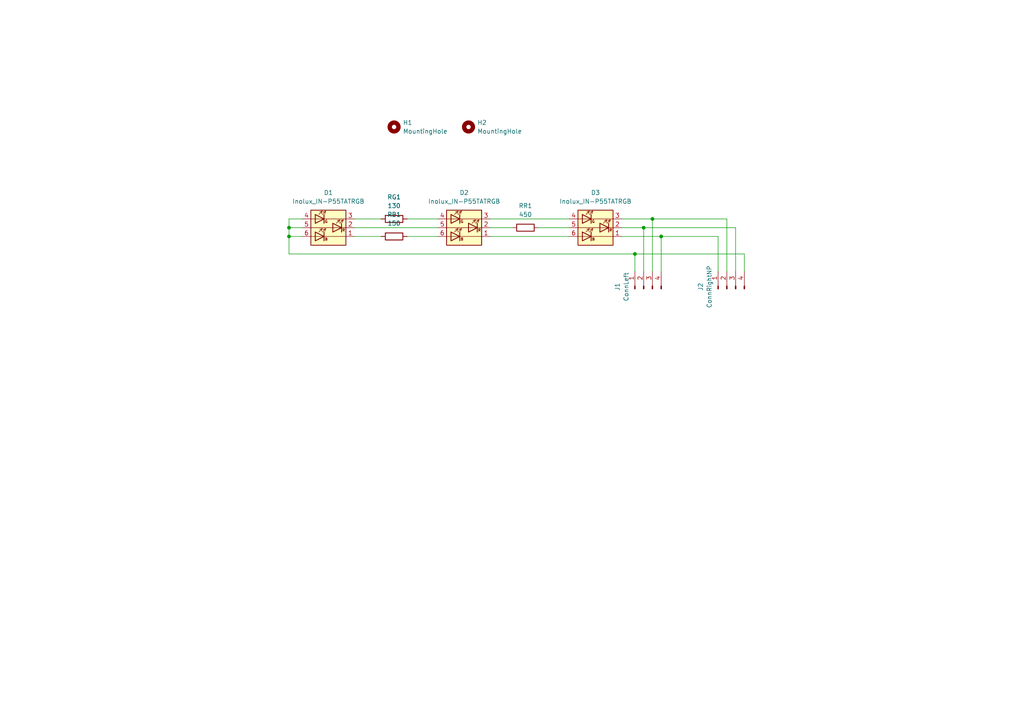
<source format=kicad_sch>
(kicad_sch (version 20231120) (generator "eeschema") (generator_version "8.0")
  (paper "A4")
  (title_block (title "Maimai LED - ILM-R1 compatible") (date "2024-10-05") (rev "1.00"))
  (lib_symbols
    (symbol "Connector:Conn_01x04_Pin" (pin_names (offset 1.016) hide)
      (property "Reference" "J" (at 0 5.08 0))
      (property "Value" "Conn_01x04_Pin" (at 0 -7.62 0))
      (symbol "Conn_01x04_Pin_1_1"
        (polyline (pts (xy 1.27 -5.08) (xy 0.8636 -5.08)) (stroke (width 0.1524)))
        (polyline (pts (xy 1.27 -2.54) (xy 0.8636 -2.54)) (stroke (width 0.1524)))
        (polyline (pts (xy 1.27 0) (xy 0.8636 0)) (stroke (width 0.1524)))
        (polyline (pts (xy 1.27 2.54) (xy 0.8636 2.54)) (stroke (width 0.1524)))
        (rectangle (start 0.8636 -4.953) (end 0 -5.207) (stroke (width 0.1524)) (fill (type outline)))
        (rectangle (start 0.8636 -2.413) (end 0 -2.667) (stroke (width 0.1524)) (fill (type outline)))
        (rectangle (start 0.8636 0.127) (end 0 -0.127) (stroke (width 0.1524)) (fill (type outline)))
        (rectangle (start 0.8636 2.667) (end 0 2.413) (stroke (width 0.1524)) (fill (type outline)))
        (pin passive line (at 5.08 2.54 180) (length 3.81) (name "Pin_1") (number "1"))
        (pin passive line (at 5.08 0 180) (length 3.81) (name "Pin_2") (number "2"))
        (pin passive line (at 5.08 -2.54 180) (length 3.81) (name "Pin_3") (number "3"))
        (pin passive line (at 5.08 -5.08 180) (length 3.81) (name "Pin_4") (number "4"))
      )
    )
    (symbol "Device:R" (pin_numbers hide) (pin_names (offset 0))
      (property "Reference" "R" (at 2.032 0 90))
      (property "Value" "R" (at 0 0 90))
      (symbol "R_0_1"
        (rectangle (start -1.016 -2.54) (end 1.016 2.54) (stroke (width 0.254)))
      )
      (symbol "R_1_1"
        (pin passive line (at 0 3.81 270) (length 1.27) (name "~") (number "1"))
        (pin passive line (at 0 -3.81 90) (length 1.27) (name "~") (number "2"))
      )
    )
    (symbol "LED:Inolux_IN-P55TATRGB" (pin_names hide)
      (property "Reference" "D" (at -5.08 6.35 0))
      (property "Value" "Inolux_IN-P55TATRGB" (at -5.08 -6.35 0))
      (symbol "Inolux_IN-P55TATRGB_0_0"
        (text "B" (at -0.635 -3.3274 0) (effects (font (size 0.762 0.762))))
      )
      (symbol "Inolux_IN-P55TATRGB_0_1"
        (rectangle (start -5.08 5.08) (end 5.08 -5.08) (stroke (width 0.254)) (fill (type background)))
        (polyline (pts (xy -5.08 -2.54) (xy 5.08 -2.54)))
        (polyline (pts (xy -5.08 0) (xy 5.08 0)))
        (polyline (pts (xy -5.08 2.54) (xy 5.08 2.54)))
        (polyline (pts (xy -2.794 -1.27) (xy -1.778 -0.254)))
        (polyline (pts (xy -2.794 3.81) (xy -1.778 4.826)))
        (polyline (pts (xy -1.778 -1.27) (xy -0.762 -0.254)))
        (polyline (pts (xy -1.778 3.81) (xy -0.762 4.826)))
        (polyline (pts (xy -1.27 -1.27) (xy -1.27 -3.81)) (stroke (width 0.254)))
        (polyline (pts (xy -1.27 3.81) (xy -1.27 1.27)) (stroke (width 0.254)))
        (polyline (pts (xy 2.286 1.27) (xy 3.302 2.286)))
        (polyline (pts (xy 3.302 1.27) (xy 4.318 2.286)))
        (polyline (pts (xy 3.81 1.27) (xy 3.81 -1.27)) (stroke (width 0.254)))
        (polyline (pts (xy -2.54 4.572) (xy -1.778 4.826) (xy -2.032 4.064)))
        (polyline (pts (xy -2.032 -1.016) (xy -1.778 -0.254) (xy -2.54 -0.508)))
        (polyline (pts (xy -1.524 -0.508) (xy -0.762 -0.254) (xy -1.016 -1.016)))
        (polyline (pts (xy -1.524 4.572) (xy -0.762 4.826) (xy -1.016 4.064)))
        (polyline (pts (xy 3.048 1.524) (xy 3.302 2.286) (xy 2.54 2.032)))
        (polyline (pts (xy 3.556 2.032) (xy 4.318 2.286) (xy 4.064 1.524)))
        (polyline (pts (xy -3.81 -1.27) (xy -3.81 -3.81) (xy -1.27 -2.54) (xy -3.81 -1.27)) (stroke (width 0.254)))
        (polyline (pts (xy -3.81 3.81) (xy -3.81 1.27) (xy -1.27 2.54) (xy -3.81 3.81)) (stroke (width 0.254)))
        (polyline (pts (xy 1.27 1.27) (xy 1.27 -1.27) (xy 3.81 0) (xy 1.27 1.27)) (stroke (width 0.254)))
      )
      (symbol "Inolux_IN-P55TATRGB_1_0"
        (text "G" (at -0.635 1.8034 0) (effects (font (size 0.762 0.762))))
        (text "R" (at 4.4196 -0.7112 0) (effects (font (size 0.762 0.762))))
      )
      (symbol "Inolux_IN-P55TATRGB_1_1"
        (pin passive line (at 7.62 -2.54 180) (length 2.54) (name "KB") (number "1"))
        (pin passive line (at 7.62 0 180) (length 2.54) (name "KR") (number "2"))
        (pin passive line (at 7.62 2.54 180) (length 2.54) (name "KG") (number "3"))
        (pin passive line (at -7.62 2.54 0) (length 2.54) (name "AG") (number "4"))
        (pin passive line (at -7.62 0 0) (length 2.54) (name "AR") (number "5"))
        (pin passive line (at -7.62 -2.54 0) (length 2.54) (name "AB") (number "6"))
      )
    )
    (symbol "Mechanical:MountingHole" (pin_names (offset 1.016)) (exclude_from_sim yes) (in_bom no)
      (property "Reference" "H" (at 0 5.08 0))
      (property "Value" "MountingHole" (at 0 3.175 0))
      (symbol "MountingHole_0_1"
        (circle (center 0 0) (radius 1.27) (stroke (width 1.27)))
      )
    )
  )
  (junction (at 189.23 63.5))
  (junction (at 191.77 68.58))
  (junction (at 83.82 68.58))
  (junction (at 186.69 66.04))
  (junction (at 83.82 66.04))
  (junction (at 184.15 73.66))
  (wire (pts (xy 215.9 78.74) (xy 215.9 73.66)))
  (wire (pts (xy 156.21 66.04) (xy 165.1 66.04)))
  (wire (pts (xy 180.34 63.5) (xy 189.23 63.5)))
  (wire (pts (xy 83.82 73.66) (xy 184.15 73.66)))
  (wire (pts (xy 180.34 66.04) (xy 186.69 66.04)))
  (wire (pts (xy 184.15 73.66) (xy 215.9 73.66)))
  (wire (pts (xy 191.77 68.58) (xy 208.28 68.58)))
  (wire (pts (xy 102.87 66.04) (xy 127 66.04)))
  (wire (pts (xy 189.23 63.5) (xy 189.23 78.74)))
  (wire (pts (xy 83.82 66.04) (xy 83.82 68.58)))
  (wire (pts (xy 184.15 73.66) (xy 184.15 78.74)))
  (wire (pts (xy 186.69 66.04) (xy 186.69 78.74)))
  (wire (pts (xy 180.34 68.58) (xy 191.77 68.58)))
  (wire (pts (xy 118.11 68.58) (xy 127 68.58)))
  (wire (pts (xy 83.82 68.58) (xy 87.63 68.58)))
  (wire (pts (xy 118.11 63.5) (xy 127 63.5)))
  (wire (pts (xy 102.87 68.58) (xy 110.49 68.58)))
  (wire (pts (xy 142.24 66.04) (xy 148.59 66.04)))
  (wire (pts (xy 83.82 73.66) (xy 83.82 68.58)))
  (wire (pts (xy 142.24 63.5) (xy 165.1 63.5)))
  (wire (pts (xy 210.82 63.5) (xy 210.82 78.74)))
  (wire (pts (xy 87.63 66.04) (xy 83.82 66.04)))
  (wire (pts (xy 87.63 63.5) (xy 83.82 63.5)))
  (wire (pts (xy 83.82 63.5) (xy 83.82 66.04)))
  (wire (pts (xy 102.87 63.5) (xy 110.49 63.5)))
  (wire (pts (xy 208.28 68.58) (xy 208.28 78.74)))
  (wire (pts (xy 142.24 68.58) (xy 165.1 68.58)))
  (wire (pts (xy 213.36 78.74) (xy 213.36 66.04)))
  (wire (pts (xy 186.69 66.04) (xy 213.36 66.04)))
  (wire (pts (xy 191.77 68.58) (xy 191.77 78.74)))
  (wire (pts (xy 189.23 63.5) (xy 210.82 63.5)))
  (symbol (lib_id "Mechanical:MountingHole") (at 135.89 36.83 0) (unit 1) (exclude_from_sim yes) (in_bom no)
    (property "Reference" "H2" (at 138.43 35.5599 0) (effects (justify left)))
    (property "Value" "MountingHole" (at 138.43 38.0999 0) (effects (justify left)))
    (property "Footprint" "MountingHole:MountingHole_3.2mm_M3" (effects (hide yes)))
    (property "Description" "Mounting Hole without connection" (effects (hide yes)))
  )
  (symbol (lib_id "Device:R") (at 114.3 63.5 90) (unit 1)
    (property "Reference" "RG1" (at 114.3 57.15 90))
    (property "Value" "130" (at 114.3 59.69 90))
    (property "Footprint" "Resistor_SMD:R_0805_2012Metric_Pad1.20x1.40mm_HandSolder" (effects (hide yes)))
    (property "Description" "Green resistor, 130 ohms" (effects (hide yes)))
  )
  (symbol (lib_id "LED:Inolux_IN-P55TATRGB") (at 134.62 66.04 0) (unit 1)
    (property "Reference" "D2" (at 134.62 55.88 0))
    (property "Value" "Inolux_IN-P55TATRGB" (at 134.62 58.42 0))
    (property "Footprint" "LED_SMD:LED_Inolux_IN-P55TATRGB_PLCC6_5.0x5.5mm_P1.8mm" (effects (hide yes)))
    (property "Datasheet" "https://www.inolux-corp.com/datasheet/SMDLED/RGB%20Top%20View/IN-P55TATRGB.pdf" (effects (hide yes)))
    (property "Description" "Inolux RGB LED, PLCC-6" (effects (hide yes)))
  )
  (symbol (lib_id "Device:R") (at 152.4 66.04 270) (unit 1)
    (property "Reference" "RR1" (at 152.4 59.69 90))
    (property "Value" "450" (at 152.4 62.23 90))
    (property "Footprint" "Resistor_SMD:R_0805_2012Metric_Pad1.20x1.40mm_HandSolder" (effects (hide yes)))
    (property "Description" "Red resistor, 450 ohms" (effects (hide yes)))
  )
  (symbol (lib_id "Device:R") (at 114.3 68.58 270) (unit 1)
    (property "Reference" "RB1" (at 114.3 62.23 90))
    (property "Value" "150" (at 114.3 64.77 90))
    (property "Footprint" "Resistor_SMD:R_0805_2012Metric_Pad1.20x1.40mm_HandSolder" (effects (hide yes)))
    (property "Description" "Blue resistor, 150 ohms" (effects (hide yes)))
  )
  (symbol (lib_id "LED:Inolux_IN-P55TATRGB") (at 95.25 66.04 0) (unit 1)
    (property "Reference" "D1" (at 95.25 55.88 0))
    (property "Value" "Inolux_IN-P55TATRGB" (at 95.25 58.42 0))
    (property "Footprint" "LED_SMD:LED_Inolux_IN-P55TATRGB_PLCC6_5.0x5.5mm_P1.8mm" (effects (hide yes)))
    (property "Datasheet" "https://www.inolux-corp.com/datasheet/SMDLED/RGB%20Top%20View/IN-P55TATRGB.pdf" (effects (hide yes)))
    (property "Description" "Inolux RGB LED, PLCC-6" (effects (hide yes)))
  )
  (symbol (lib_id "Mechanical:MountingHole") (at 114.3 36.83 0) (unit 1) (exclude_from_sim yes) (in_bom no)
    (property "Reference" "H1" (at 116.84 35.5599 0) (effects (justify left)))
    (property "Value" "MountingHole" (at 116.84 38.0999 0) (effects (justify left)))
    (property "Footprint" "MountingHole:MountingHole_3.2mm_M3" (effects (hide yes)))
    (property "Description" "Mounting Hole without connection" (effects (hide yes)))
  )
  (symbol (lib_id "Connector:Conn_01x04_Pin") (at 186.69 83.82 90) (unit 1)
    (property "Reference" "J1" (at 179.07 83.185 0))
    (property "Value" "ConnLeft" (at 181.61 83.185 0))
    (property "Footprint" "Connector_JST:JST_PH_S4B-PH-K_1x04_P2.00mm_Horizontal" (effects (hide yes)))
    (property "Description" "Generic connector, single row, 01x04, script generated" (effects (hide yes)))
  )
  (symbol (lib_id "Connector:Conn_01x04_Pin") (at 210.82 83.82 90) (unit 1)
    (property "Reference" "J2" (at 203.2 83.185 0))
    (property "Value" "ConnRightNP" (at 205.74 83.185 0))
    (property "Footprint" "Connector_JST:JST_PH_S4B-PH-K_1x04_P2.00mm_Horizontal" (effects (hide yes)))
    (property "Description" "Generic connector, single row, 01x04, script generated" (effects (hide yes)))
  )
  (symbol (lib_id "LED:Inolux_IN-P55TATRGB") (at 172.72 66.04 0) (unit 1)
    (property "Reference" "D3" (at 172.72 55.88 0))
    (property "Value" "Inolux_IN-P55TATRGB" (at 172.72 58.42 0))
    (property "Footprint" "LED_SMD:LED_Inolux_IN-P55TATRGB_PLCC6_5.0x5.5mm_P1.8mm" (effects (hide yes)))
    (property "Datasheet" "https://www.inolux-corp.com/datasheet/SMDLED/RGB%20Top%20View/IN-P55TATRGB.pdf" (effects (hide yes)))
    (property "Description" "Inolux RGB LED, PLCC-6" (effects (hide yes)))
  )
)
</source>
